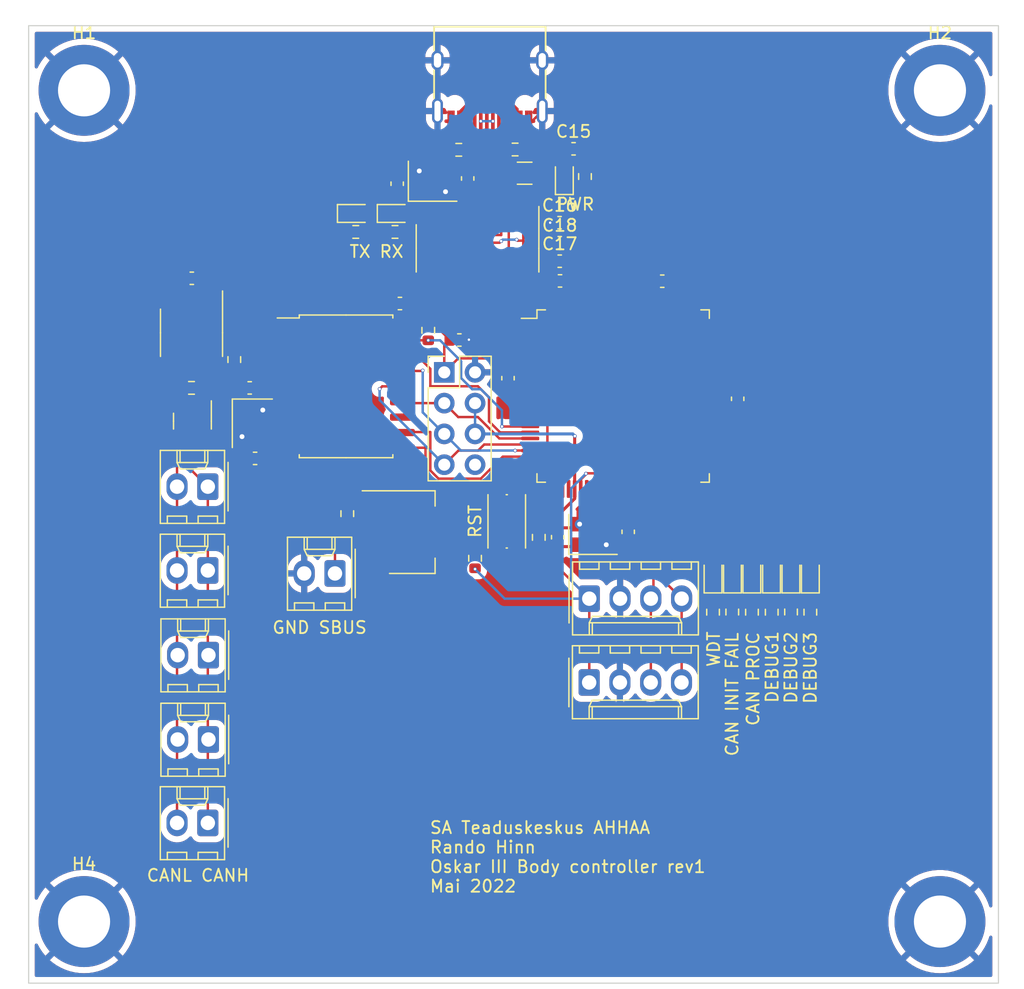
<source format=kicad_pcb>
(kicad_pcb (version 20211014) (generator pcbnew)
  (layers (0 "F.Cu" signal) (31 "B.Cu" signal) (34 "B.Paste" user) (35 "F.Paste" user) (36 "B.SilkS" user "B.Silkscreen") (37 "F.SilkS" user "F.Silkscreen") (38 "B.Mask" user) (39 "F.Mask" user) (44 "Edge.Cuts" user))
  (net 0 "")
  (net 1 "+5V")
  (net 2 "GND")
  (net 3 "/XTAL1")
  (net 4 "/XTAL2")
  (net 5 "/OSC2")
  (net 6 "/OSC1")
  (net 7 "Net-(D1-Pad1)")
  (net 8 "Net-(J2-Pad2)")
  (net 9 "Net-(D2-Pad1)")
  (net 10 "/LED1")
  (net 11 "Net-(D3-Pad1)")
  (net 12 "/LED2")
  (net 13 "Net-(D4-Pad1)")
  (net 14 "/LED3")
  (net 15 "Net-(D5-Pad1)")
  (net 16 "/LED4")
  (net 17 "Net-(D6-Pad1)")
  (net 18 "/LED5")
  (net 19 "Net-(D7-Pad1)")
  (net 20 "/LED6")
  (net 21 "/SCK")
  (net 22 "/RESET")
  (net 23 "/MISO")
  (net 24 "/MOSI")
  (net 28 "Net-(J3-PadA4)")
  (net 29 "/SCL")
  (net 30 "/SDA")
  (net 31 "Net-(R2-Pad1)")
  (net 32 "/CANRESET")
  (net 45 "/CAN_SS")
  (net 46 "/RX0BF")
  (net 47 "/RX1BF")
  (net 93 "/TXCAN")
  (net 94 "/RXCAN")
  (net 96 "/TX0RTS")
  (net 97 "/TX1RTS")
  (net 98 "/TX2RTS")
  (net 101 "/XI")
  (net 102 "/XO")
  (net 103 "Net-(D8-Pad1)")
  (net 104 "Net-(D9-Pad1)")
  (net 105 "/D-")
  (net 106 "/D+")
  (net 107 "Net-(J3-PadB5)")
  (net 108 "Net-(J3-PadA5)")
  (net 109 "/CONV_TXD")
  (net 110 "/CONV_RXD")
  (net 111 "Net-(C16-Pad2)")
  (net 119 "Net-(D10-Pad1)")
  (net 132 "Net-(J8-Pad1)")
  (net 133 "Net-(Q1-Pad1)")
  (net 134 "/SBUS")
  (footprint "LED_SMD:LED_0603_1608Metric" (layer "F.Cu") (at 134.7724 77.5716 90)
    (fp_text reference "D3" hide)
    (fp_text value "LED")
  )
  (footprint "LED_SMD:LED_0603_1608Metric" (layer "F.Cu") (at 139.5984 77.5717 90)
    (fp_text reference "D6" hide)
    (fp_text value "LED")
  )
  (footprint "Resistor_SMD:R_0603_1608Metric" (layer "F.Cu") (at 90.1446 62.1416 180)
    (fp_text reference "R3" hide)
    (fp_text value "120")
  )
  (footprint "Connector_Molex:Molex_KK-254_AE-6410-02A_1x02_P2.54mm_Vertical" (layer "F.Cu") (at 91.5416 84.1888 180)
    (fp_text reference "J5" hide)
    (fp_text value "Conn_01x02_Male")
  )
  (footprint "Capacitor_SMD:C_0603_1608Metric" (layer "F.Cu") (at 95.3906 67.9582 180)
    (fp_text reference "C9" hide)
    (fp_text value "TBD")
  )
  (footprint "Resistor_SMD:R_0603_1608Metric" (layer "F.Cu") (at 113.538 76.2 90)
    (fp_text reference "R13" hide)
    (fp_text value "10k")
  )
  (footprint "Capacitor_SMD:C_0603_1608Metric" (layer "F.Cu") (at 120.5484 53.3146)
    (fp_text reference "C6" hide)
    (fp_text value "10u")
  )
  (footprint "Capacitor_SMD:C_0603_1608Metric" (layer "F.Cu") (at 121.666 42.418)
    (fp_text reference "C15")
    (fp_text value "10uF")
  )
  (footprint "Resistor_SMD:R_0603_1608Metric" (layer "F.Cu") (at 133.1722 80.6451 90)
    (fp_text reference "R7" hide)
    (fp_text value "tbd")
  )
  (footprint "MountingHole:MountingHole_4.3mm_M4_DIN965_Pad_TopBottom" (layer "F.Cu") (at 151.892 37.592)
    (fp_text reference "H2")
    (fp_text value "MountingHole_Pad")
  )
  (footprint "Capacitor_SMD:C_0603_1608Metric" (layer "F.Cu") (at 107.1136 45.296203 90)
    (fp_text reference "C14" hide)
    (fp_text value "18pF")
  )
  (footprint "Capacitor_SMD:C_0603_1608Metric" (layer "F.Cu") (at 120.523 50.165)
    (fp_text reference "C18")
    (fp_text value "10uF")
  )
  (footprint "Connector_Molex:Molex_KK-254_AE-6410-02A_1x02_P2.54mm_Vertical" (layer "F.Cu") (at 101.981 77.45 180)
    (fp_text reference "J8" hide)
    (fp_text value "Conn_01x02_Male")
  )
  (footprint "Connector_Molex:Molex_KK-254_AE-6410-02A_1x02_P2.54mm_Vertical" (layer "F.Cu") (at 91.4908 77.2038 180)
    (fp_text reference "J6" hide)
    (fp_text value "Conn_01x02_Male")
  )
  (footprint "Fuse:Fuse_1206_3216Metric" (layer "F.Cu") (at 117.6292 44.431034)
    (fp_text reference "F1" hide)
    (fp_text value "500mA")
  )
  (footprint "Capacitor_SMD:C_0603_1608Metric" (layer "F.Cu") (at 135.2042 63.0428 90)
    (fp_text reference "C2" hide)
    (fp_text value "10u")
  )
  (footprint "Resistor_SMD:R_0603_1608Metric" (layer "F.Cu") (at 138.0138 80.6469 90)
    (fp_text reference "R10" hide)
    (fp_text value "tbd")
  )
  (footprint "Resistor_SMD:R_0603_1608Metric" (layer "F.Cu") (at 112.1936 42.500634)
    (fp_text reference "R15" hide)
    (fp_text value "5.1k")
  )
  (footprint "Connector_Molex:Molex_KK-254_AE-6410-04A_1x04_P2.54mm_Vertical" (layer "F.Cu") (at 122.9498 86.4445)
    (fp_text reference "J10" hide)
    (fp_text value "Conn_01x04_Male")
  )
  (footprint "Resistor_SMD:R_0603_1608Metric" (layer "F.Cu") (at 116.8418 42.475234 180)
    (fp_text reference "R16" hide)
    (fp_text value "5.1k")
  )
  (footprint "Capacitor_SMD:C_0603_1608Metric" (layer "F.Cu") (at 116.2558 61.341 -90)
    (fp_text reference "C1" hide)
    (fp_text value "10u")
  )
  (footprint "Resistor_SMD:R_0603_1608Metric" (layer "F.Cu") (at 118.7958 74.4728 90)
    (fp_text reference "R1" hide)
    (fp_text value "10k")
  )
  (footprint "Package_QFP:TQFP-100_14x14mm_P0.5mm" (layer "F.Cu") (at 125.7554 62.8142)
    (fp_text reference "U1" hide)
    (fp_text value "ATmega2560-16A")
  )
  (footprint "Connector_PinHeader_2.54mm:PinHeader_2x04_P2.54mm_Vertical" (layer "F.Cu") (at 110.998 60.8584)
    (fp_text reference "J1" hide)
    (fp_text value "PROG")
  )
  (footprint "Package_SO:SOIC-16_3.9x9.9mm_P1.27mm" (layer "F.Cu") (at 113.743 50.630203 -90)
    (fp_text reference "U5" hide)
    (fp_text value "CH340G")
  )
  (footprint "Connector_Molex:Molex_KK-254_AE-6410-04A_1x04_P2.54mm_Vertical" (layer "F.Cu") (at 122.9614 79.5307)
    (fp_text reference "J7" hide)
    (fp_text value "Conn_01x04_Male")
  )
  (footprint "Package_TO_SOT_SMD:SOT-23" (layer "F.Cu") (at 90.2208 64.8848 -90)
    (fp_text reference "D1" hide)
    (fp_text value "PESD2CAN")
  )
  (footprint "LED_SMD:LED_0603_1608Metric" (layer "F.Cu") (at 137.9982 77.5717 90)
    (fp_text reference "D5" hide)
    (fp_text value "LED")
  )
  (footprint "Capacitor_SMD:C_0603_1608Metric" (layer "F.Cu") (at 107.3404 55.182 180)
    (fp_text reference "C10" hide)
    (fp_text value "10u")
  )
  (footprint "Capacitor_SMD:C_0603_1608Metric" (layer "F.Cu") (at 112.2426 58.1914 180)
    (fp_text reference "C5" hide)
    (fp_text value "10u")
  )
  (footprint "LED_SMD:LED_0603_1608Metric" (layer "F.Cu") (at 133.1722 77.5717 90)
    (fp_text reference "D2" hide)
    (fp_text value "LED")
  )
  (footprint "LED_SMD:LED_0603_1608Metric" (layer "F.Cu") (at 136.3726 77.5717 90)
    (fp_text reference "D4" hide)
    (fp_text value "LED")
  )
  (footprint "Resistor_SMD:R_0603_1608Metric" (layer "F.Cu") (at 122.6058 44.704 -90)
    (fp_text reference "R5" hide)
    (fp_text value "tbd")
  )
  (footprint "Package_SO:SOIC-8_3.9x4.9mm_P1.27mm" (layer "F.Cu") (at 90.1446 57.595 -90)
    (fp_text reference "U3" hide)
    (fp_text value "MCP2551-I-SN")
  )
  (footprint "Capacitor_SMD:C_0603_1608Metric" (layer "F.Cu") (at 112.9302 44.864403 90)
    (fp_text reference "C13" hide)
    (fp_text value "18pF")
  )
  (footprint "LED_SMD:LED_0603_1608Metric" (layer "F.Cu") (at 120.904 44.704 90)
    (fp_text reference "D10" hide)
    (fp_text value "LED")
  )
  (footprint "Resistor_SMD:R_0603_1608Metric" (layer "F.Cu") (at 103.695 49.276 180)
    (fp_text reference "R17" hide)
    (fp_text value "2.2k")
  )
  (footprint "Connector_Molex:Molex_KK-254_AE-6410-02A_1x02_P2.54mm_Vertical" (layer "F.Cu") (at 91.4908 70.2896 180)
    (fp_text reference "J57" hide)
    (fp_text value "Conn_01x02_Male")
  )
  (footprint "Capacitor_SMD:C_0603_1608Metric" (layer "F.Cu") (at 94.9464 62.1416 180)
    (fp_text reference "C8" hide)
    (fp_text value "TBD")
  )
  (footprint "LED_SMD:LED_0603_1608Metric" (layer "F.Cu") (at 103.6695 47.752)
    (fp_text reference "D8" hide)
    (fp_text value "LED")
  )
  (footprint "Resistor_SMD:R_0603_1608Metric" (layer "F.Cu") (at 134.757 80.6342 90)
    (fp_text reference "R8" hide)
    (fp_text value "tbd")
  )
  (footprint "LED_SMD:LED_0603_1608Metric" (layer "F.Cu") (at 141.1986 77.5717 90)
    (fp_text reference "D7" hide)
    (fp_text value "LED")
  )
  (footprint "Capacitor_SMD:C_0603_1608Metric" (layer "F.Cu") (at 128.9812 53.34 180)
    (fp_text reference "C7" hide)
    (fp_text value "10u")
  )
  (footprint "Crystal:Crystal_SMD_Abracon_ABM8G-4Pin_3.2x2.5mm" (layer "F.Cu") (at 123.2631 74.2318)
    (fp_text reference "Y3" hide)
    (fp_text value "Crystal_GND24")
  )
  (footprint "Connector_Molex:Molex_KK-254_AE-6410-02A_1x02_P2.54mm_Vertical" (layer "F.Cu") (at 91.5416 91.1484 180)
    (fp_text reference "J4" hide)
    (fp_text value "Conn_01x02_Male")
  )
  (footprint "Resistor_SMD:R_0603_1608Metric" (layer "F.Cu") (at 109.6772 57.3918 -90)
    (fp_text reference "R4" hide)
    (fp_text value "10k")
  )
  (footprint "Resistor_SMD:R_0603_1608Metric" (layer "F.Cu") (at 106.934 49.276 180)
    (fp_text reference "R18" hide)
    (fp_text value "2.2k")
  )
  (footprint "MountingHole:MountingHole_4.3mm_M4_DIN965_Pad_TopBottom" (layer "F.Cu") (at 81.28 37.592)
    (fp_text reference "H1")
    (fp_text value "MountingHole_Pad")
  )
  (footprint "Resistor_SMD:R_0603_1608Metric" (layer "F.Cu") (at 102.997 72.517 90)
    (fp_text reference "R6" hide)
    (fp_text value "1.5k")
  )
  (footprint "Capacitor_SMD:C_0603_1608Metric" (layer "F.Cu") (at 120.523 51.689)
    (fp_text reference "C17")
    (fp_text value "100nF")
  )
  (footprint "Capacitor_SMD:C_0603_1608Metric" (layer "F.Cu") (at 126.1715 74.0172 90)
    (fp_text reference "C3" hide)
    (fp_text value "TBD")
  )
  (footprint "MountingHole:MountingHole_4.3mm_M4_DIN965_Pad_TopBottom" (layer "F.Cu") (at 81.28 106.172)
    (fp_text reference "H4")
    (fp_text value "MountingHole_Pad")
  )
  (footprint "Resistor_SMD:R_0603_1608Metric" (layer "F.Cu") (at 93.6752 59.8048 90)
    (fp_text reference "R2" hide)
    (fp_text value "10k")
  )
  (footprint "Capacitor_SMD:C_0603_1608Metric" (layer "F.Cu") (at 120.51 48.514)
    (fp_text reference "C16")
    (fp_text value "100nF")
  )
  (footprint "Package_SO:SOIC-18W_7.5x11.6mm_P1.27mm" (layer "F.Cu") (at 102.8954 62.0146)
    (fp_text reference "U2" hide)
    (fp_text value "MCP2515-xSO")
  )
  (footprint "Resistor_SMD:R_0603_1608Metric" (layer "F.Cu") (at 136.3832 80.6463 90)
    (fp_text reference "R9" hide)
    (fp_text value "tbd")
  )
  (footprint "Resistor_SMD:R_0603_1608Metric" (layer "F.Cu") (at 141.1986 80.645 90)
    (fp_text reference "R12" hide)
    (fp_text value "tbd")
  )
  (footprint "Crystal:Crystal_SMD_Abracon_ABM8G-4Pin_3.2x2.5mm" (layer "F.Cu") (at 95.162 65.0626 -90)
    (fp_text reference "Y1" hide)
    (fp_text value "Crystal_GND24")
  )
  (footprint "Capacitor_SMD:C_0603_1608Metric" (layer "F.Cu") (at 120.3549 74.4604 90)
    (fp_text reference "C4" hide)
    (fp_text value "TBD")
  )
  (footprint "Capacitor_SMD:C_0603_1608Metric" (layer "F.Cu") (at 90.17 53.0992)
    (fp_text reference "C11" hide)
    (fp_text value "10u")
  )
  (footprint "Connector_Molex:Molex_KK-254_AE-6410-02A_1x02_P2.54mm_Vertical" (layer "F.Cu") (at 91.4908 98.0318 180)
    (fp_text reference "J2" hide)
    (fp_text value "Conn_01x02_Male")
  )
  (footprint "Resistor_SMD:R_0603_1608Metric" (layer "F.Cu") (at 139.6068 80.6283 90)
    (fp_text reference "R11" hide)
    (fp_text value "tbd")
  )
  (footprint "Package_TO_SOT_SMD:SOT-223-3_TabPin2" (layer "F.Cu") (at 108.331 74.041)
    (fp_text reference "Q1" hide)
    (fp_text value "BCP56")
  )
  (footprint "Oskar:USB_C_Receptacle_GT-USB-7010" (layer "F.Cu") (at 114.759 36.988834 180)
    (fp_text reference "J3" hide)
    (fp_text value "USB_C_Receptacle_USB2.0")
  )
  (footprint "Button_Switch_SMD:SW_Push_1P1T_NO_CK_KMR2" (layer "F.Cu") (at 116.1542 73.152 90)
    (fp_text reference "SW1" hide)
    (fp_text value "SW_Push")
  )
  (footprint "MountingHole:MountingHole_4.3mm_M4_DIN965_Pad_TopBottom" (layer "F.Cu") (at 151.892 106.172)
    (fp_text reference "H3" hide)
    (fp_text value "MountingHole_Pad")
  )
  (footprint "Crystal:Crystal_SMD_Abracon_ABM8G-4Pin_3.2x2.5mm" (layer "F.Cu") (at 110.0346 45.093003)
    (fp_text reference "Y2" hide)
    (fp_text value "12MHz")
  )
  (footprint "LED_SMD:LED_0603_1608Metric" (layer "F.Cu") (at 106.9595 47.752)
    (fp_text reference "D9" hide)
    (fp_text value "LED")
  )
  (gr_rect (start 76.708 32.258) (end 156.718 111.252) (layer "Edge.Cuts") (width 0.1) (fill none))
  (gr_text "CAN PROC" (at 136.4742 86.1568 90) (layer "F.SilkS") (effects (font (size 1 1))))
  (gr_text "GND SBUS" (at 100.711 81.915) (layer "F.SilkS") (effects (font (size 1 1))))
  (gr_text "TX RX" (at 105.41 50.8955) (layer "F.SilkS") (effects (font (size 1 1))))
  (gr_text "DEBUG1" (at 138.049 85.1662 90) (layer "F.SilkS") (effects (font (size 1 1))))
  (gr_text "WDT" (at 133.223 83.693 90) (layer "F.SilkS") (effects (font (size 1 1))))
  (gr_text "DEBUG3\n" (at 141.1986 85.2424 90) (layer "F.SilkS") (effects (font (size 1 1))))
  (gr_text "SA Teaduskeskus AHHAA\nRando Hinn\nOskar III Body controller rev1\nMai 2022" (at 109.728 100.838) (layer "F.SilkS") (effects (font (size 1 1)) (justify left)))
  (gr_text "CAN INIT FAIL" (at 134.747 87.4268 90) (layer "F.SilkS") (effects (font (size 1 1))))
  (gr_text "DEBUG2\n" (at 139.5984 85.217 90) (layer "F.SilkS") (effects (font (size 1 1))))
  (gr_text "CANL CANH" (at 90.678 102.362) (layer "F.SilkS") (effects (font (size 1 1))))
  (gr_text "RST" (at 113.538 73.152 90) (layer "F.SilkS") (effects (font (size 1 1))))
  (gr_text "PWR" (at 121.793 46.99) (layer "F.SilkS") (effects (font (size 1 1))))
  (segment (start 109.4994 55.182) (end 109.6772 55.3598) (width 0.2) (layer "F.Cu") (net 1))
  (segment (start 119.3038 56.3118) (end 120.269 56.3118) (width 0.2) (layer "F.Cu") (net 1))
  (segment (start 109.6772 55.3598) (end 109.6772 56.5668) (width 0.2) (layer "F.Cu") (net 1))
  (segment (start 105.23152 46.97748) (end 106.97248 46.97748) (width 0.2) (layer "F.Cu") (net 1))
  (segment (start 115.398689 59.708889) (end 112.147511 59.708889) (width 0.2) (layer "F.Cu") (net 1))
  (segment (start 120.904 43.9165) (end 120.904 42.431) (width 0.2) (layer "F.Cu") (net 1))
  (segment (start 122.047 47.842444) (end 119.888 45.683444) (width 0.2) (layer "F.Cu") (net 1))
  (segment (start 109.6772 56.5668) (end 109.843 56.5668) (width 0.2) (layer "F.Cu") (net 1))
  (segment (start 118.860051 61.3142) (end 119.2022 60.972051) (width 0.2) (layer "F.Cu") (net 1))
  (segment (start 122.9614 79.5307) (end 122.9614 86.4329) (width 0.2) (layer "F.Cu") (net 1))
  (segment (start 119.748 50.165) (end 119.748 53.2892) (width 0.2) (layer "F.Cu") (net 1))
  (segment (start 132.2578 64.389) (end 132.2578 69.1896) (width 0.2) (layer "F.Cu") (net 1))
  (segment (start 118.7958 75.2978) (end 118.7958 75.3651) (width 0.2) (layer "F.Cu") (net 1))
  (segment (start 109.843 56.5668) (end 111.4676 58.1914) (width 0.2) (layer "F.Cu") (net 1))
  (segment (start 129.7554 55.1517) (end 129.7554 53.3408) (width 0.2) (layer "F.Cu") (net 1))
  (segment (start 119.564003 53.105203) (end 119.7734 53.3146) (width 0.2) (layer "F.Cu") (net 1))
  (segment (start 119.2022 60.972051) (end 119.2022 56.4134) (width 0.2) (layer "F.Cu") (net 1))
  (segment (start 122.682 69.215) (end 122.749949 69.215) (width 0.2) (layer "F.Cu") (net 1))
  (segment (start 129.7554 55.918851) (end 130.148349 56.3118) (width 0.2) (layer "F.Cu") (net 1))
  (segment (start 122.749949 69.215) (end 122.775349 69.1896) (width 0.2) (layer "F.Cu") (net 1))
  (segment (start 118.188 53.105203) (end 119.564003 53.105203) (width 0.2) (layer "F.Cu") (net 1))
  (segment (start 106.97248 46.97748) (end 107.747 47.752) (width 0.2) (layer "F.Cu") (net 1))
  (segment (start 132.650749 63.8142) (end 132.2578 64.207149) (width 0.2) (layer "F.Cu") (net 1))
  (segment (start 122.775349 69.1896) (end 132.2578 69.1896) (width 0.2) (layer "F.Cu") (net 1))
  (segment (start 120.269 56.3118) (end 120.148349 56.3118) (width 0.2) (layer "F.Cu") (net 1))
  (segment (start 120.904 42.431) (end 120.891 42.418) (width 0.2) (layer "F.Cu") (net 1))
  (segment (start 121.90748 49.39048) (end 122.047 49.25096) (width 0.2) (layer "F.Cu") (net 1))
  (segment (start 120.389466 44.431034) (end 120.904 43.9165) (width 0.2) (layer "F.Cu") (net 1))
  (segment (start 116.2558 60.566) (end 116.577549 60.566) (width 0.2) (layer "F.Cu") (net 1))
  (segment (start 118.0929 61.3142) (end 118.860051 61.3142) (width 0.2) (layer "F.Cu") (net 1))
  (segment (start 89.395 53.0992) (end 89.395 55.0054) (width 0.2) (layer "F.Cu") (net 1))
  (segment (start 89.395 53.0992) (end 90.16952 52.32468) (width 0.2) (layer "F.Cu") (net 1))
  (segment (start 108.1154 55.182) (end 108.1154 56.3646) (width 0.2) (layer "F.Cu") (net 1))
  (segment (start 122.047 49.25096) (end 122.047 47.842444) (width 0.2) (layer "F.Cu") (net 1))
  (segment (start 119.888 45.683444) (end 119.888 44.9325) (width 0.2) (layer "F.Cu") (net 1))
  (segment (start 118.7958 75.3651) (end 122.9614 79.5307) (width 0.2) (layer "F.Cu") (net 1))
  (segment (start 119.80588 55.969331) (end 119.80588 54.9402) (width 0.2) (layer "F.Cu") (net 1))
  (segment (start 132.2578 56.4642) (end 132.1054 56.3118) (width 0.2) (layer "F.Cu") (net 1))
  (segment (start 110.998 60.8584) (end 110.998 58.661) (width 0.2) (layer "F.Cu") (net 1))
  (segment (start 120.904 43.9165) (end 119.888 44.9325) (width 0.2) (layer "F.Cu") (net 1))
  (segment (start 105.25808 52.32468) (end 108.1154 55.182) (width 0.2) (layer "F.Cu") (net 1))
  (segment (start 101.34532 48.080736) (end 102.448576 46.97748) (width 0.2) (layer "F.Cu") (net 1))
  (segment (start 102.448576 46.97748) (end 103.68248 46.97748) (width 0.2) (layer "F.Cu") (net 1))
  (segment (start 129.7554 53.3408) (end 129.7562 53.34) (width 0.2) (layer "F.Cu") (net 1))
  (segment (start 133.4179 63.8142) (end 135.2006 63.8142) (width 0.2) (layer "F.Cu") (net 1))
  (segment (start 119.748 50.165) (end 120.52252 49.39048) (width 0.2) (layer "F.Cu") (net 1))
  (segment (start 119.0292 44.431034) (end 120.389466 44.431034) (width 0.2) (layer "F.Cu") (net 1))
  (segment (start 119.7554 55.1517) (end 119.7554 53.3326) (width 0.2) (layer "F.Cu") (net 1))
  (segment (start 120.52252 49.39048) (end 121.90748 49.39048) (width 0.2) (layer "F.Cu") (net 1))
  (segment (start 116.577549 60.566) (end 117.325749 61.3142) (width 0.2) (layer "F.Cu") (net 1))
  (segment (start 120.148349 56.3118) (end 119.80588 55.969331) (width 0.2) (layer "F.Cu") (net 1))
  (segment (start 135.2006 63.8142) (end 135.2042 63.8178) (width 0.2) (layer "F.Cu") (net 1))
  (segment (start 132.2578 64.207149) (end 132.2578 64.389) (width 0.2) (layer "F.Cu") (net 1))
  (segment (start 117.325749 61.3142) (end 118.0929 61.3142) (width 0.2) (layer "F.Cu") (net 1))
  (segment (start 119.80588 54.9402) (end 119.7554 54.99068) (width 0.2) (layer "F.Cu") (net 1))
  (segment (start 89.395 55.0054) (end 89.5096 55.12) (width 0.2) (layer "F.Cu") (net 1))
  (segment (start 122.2554 69.709549) (end 122.775349 69.1896) (width 0.2) (layer "F.Cu") (net 1))
  (segment (start 108.1154 56.3646) (end 107.5454 56.9346) (width 0.2) (layer "F.Cu") (net 1))
  (segment (start 116.2558 60.566) (end 115.398689 59.708889) (width 0.2) (layer "F.Cu") (net 1))
  (segment (start 112.147511 59.708889) (end 110.998 60.8584) (width 0.2) (layer "F.Cu") (net 1))
  (segment (start 119.748 53.2892) (end 119.7734 53.3146) (width 0.2) (layer "F.Cu") (net 1))
  (segment (start 132.2578 64.389) (end 132.2578 56.4642) (width 0.2) (layer "F.Cu") (net 1))
  (segment (start 101.34532 52.32468) (end 105.25808 52.32468) (width 0.2) (layer "F.Cu") (net 1))
  (segment (start 122.9614 86.4329) (end 122.9498 86.4445) (width 0.2) (layer "F.Cu") (net 1))
  (segment (start 129.7554 55.1517) (end 129.7554 55.918851) (width 0.2) (layer "F.Cu") (net 1))
  (segment (start 119.2022 56.4134) (end 119.3038 56.3118) (width 0.2) (layer "F.Cu") (net 1))
  (segment (start 130.148349 56.3118) (end 120.269 56.3118) (width 0.2) (layer "F.Cu") (net 1))
  (segment (start 122.2554 70.4767) (end 122.2554 69.709549) (width 0.2) (layer "F.Cu") (net 1))
  (segment (start 133.4179 63.8142) (end 132.650749 63.8142) (width 0.2) (layer "F.Cu") (net 1))
  (segment (start 119.7554 53.3326) (end 119.7734 53.3146) (width 0.2) (layer "F.Cu") (net 1))
  (segment (start 119.7554 54.99068) (end 119.7554 55.1517) (width 0.2) (layer "F.Cu") (net 1))
  (segment (start 104.457 47.752) (end 105.23152 46.97748) (width 0.2) (layer "F.Cu") (net 1))
  (segment (start 103.68248 46.97748) (end 104.457 47.752) (width 0.2) (layer "F.Cu") (net 1))
  (segment (start 101.34532 52.32468) (end 101.34532 48.080736) (width 0.2) (layer "F.Cu") (net 1))
  (segment (start 90.16952 52.32468) (end 101.34532 52.32468) (width 0.2) (layer "F.Cu") (net 1))
  (segment (start 130.148349 56.3118) (end 132.1054 56.3118) (width 0.2) (layer "F.Cu") (net 1))
  (segment (start 108.1154 55.182) (end 109.4994 55.182) (width 0.2) (layer "F.Cu") (net 1))
  (segment (start 110.998 58.661) (end 111.4676 58.1914) (width 0.2) (layer "F.Cu") (net 1))
  (via blind (at 122.682 69.215) (size 0.3) (drill 0.2) (layers "F.Cu" "B.Cu") (net 1))
  (via (at 113.538 77.089) (size 0.3) (drill 0.2) (layers "F.Cu" "B.Cu") (net 1))
  (segment (start 121.463589 70.433411) (end 122.682 69.215) (width 0.2) (layer "B.Cu") (net 1))
  (segment (start 115.9797 79.5307) (end 113.538 77.089) (width 0.2) (layer "B.Cu") (net 1))
  (segment (start 121.463589 78.032889) (end 121.463589 70.433411) (width 0.2) (layer "B.Cu") (net 1))
  (segment (start 122.9614 79.5307) (end 121.463589 78.032889) (width 0.2) (layer "B.Cu") (net 1))
  (segment (start 122.9614 79.5307) (end 115.9797 79.5307) (width 0.2) (layer "B.Cu") (net 1))
  (segment (start 114.9982 60.8584) (end 116.2558 62.116) (width 0.2) (layer "F.Cu") (net 2))
  (segment (start 108.9346 44.243003) (end 107.3918 44.243003) (width 0.25) (layer "F.Cu") (net 2))
  (segment (start 90.7796 55.12) (end 90.7796 53.2646) (width 0.2) (layer "F.Cu") (net 2))
  (segment (start 113.0176 58.1914) (end 113.0176 58.1784) (width 0.2) (layer "F.Cu") (net 2))
  (segment (start 113.538 60.8584) (end 114.9982 60.8584) (width 0.2) (layer "F.Cu") (net 2))
  (segment (start 135.2042 62.601017) (end 135.2042 62.2678) (width 0.2) (layer "F.Cu") (net 2))
  (segment (start 112.9302 45.639403) (end 111.4382 45.639403) (width 0.25) (layer "F.Cu") (net 2))
  (segment (start 116.5576 61.8142) (end 116.2558 62.116) (width 0.2) (layer "F.Cu") (net 2))
  (segment (start 111.115 45.943003) (end 111.1014 45.956603) (width 0.25) (layer "F.Cu") (net 2))
  (segment (start 122.7554 72.7895) (end 122.7554 70.4767) (width 0.25) (layer "F.Cu") (net 2))
  (segment (start 119.376203 48.155203) (end 119.735 48.514) (width 0.2) (layer "F.Cu") (net 2))
  (segment (start 118.109 40.138834) (end 118.109 42.033034) (width 0.2) (layer "F.Cu") (net 2))
  (segment (start 128.210851 53.34) (end 129.2554 54.384549) (width 0.2) (layer "F.Cu") (net 2))
  (segment (start 90.7796 53.2646) (end 90.945 53.0992) (width 0.2) (layer "F.Cu") (net 2))
  (segment (start 134.491017 63.3142) (end 135.2042 62.601017) (width 0.2) (layer "F.Cu") (net 2))
  (segment (start 118.109 40.138834) (end 118.239 40.138834) (width 0.2) (layer "F.Cu") (net 2))
  (segment (start 118.188 48.155203) (end 119.376203 48.155203) (width 0.2) (layer "F.Cu") (net 2))
  (segment (start 118.109 42.033034) (end 117.6668 42.475234) (width 0.2) (layer "F.Cu") (net 2))
  (segment (start 111.4382 45.639403) (end 111.1346 45.943003) (width 0.25) (layer "F.Cu") (net 2))
  (segment (start 96.0178 63.9626) (end 96.0256 63.9704) (width 0.2) (layer "F.Cu") (net 2))
  (segment (start 107.3918 44.243003) (end 107.1136 44.521203) (width 0.25) (layer "F.Cu") (net 2))
  (segment (start 113.0176 58.1784) (end 113.03 58.166) (width 0.2) (layer "F.Cu") (net 2))
  (segment (start 111.1346 45.943003) (end 111.115 45.943003) (width 0.25) (layer "F.Cu") (net 2))
  (segment (start 120.3549 73.6854) (end 121.8595 73.6854) (width 0.25) (layer "F.Cu") (net 2))
  (segment (start 95.7214 63.6662) (end 96.0256 63.9704) (width 0.2) (layer "F.Cu") (net 2))
  (segment (start 120.2554 55.1517) (end 120.2554 54.3826) (width 0.2) (layer "F.Cu") (net 2))
  (segment (start 133.4179 63.3142) (end 134.491017 63.3142) (width 0.2) (layer "F.Cu") (net 2))
  (segment (start 128.2062 53.34) (end 128.210851 53.34) (width 0.2) (layer "F.Cu") (net 2))
  (segment (start 95.7214 62.1416) (end 95.7214 63.6662) (width 0.2) (layer "F.Cu") (net 2))
  (segment (start 129.2554 54.384549) (end 129.2554 55.1517) (width 0.2) (layer "F.Cu") (net 2))
  (segment (start 121.8595 73.6854) (end 122.1631 73.3818) (width 0.25) (layer "F.Cu") (net 2))
  (segment (start 120.2554 54.3826) (end 121.3234 53.3146) (width 0.2) (layer "F.Cu") (net 2))
  (segment (start 118.0929 61.8142) (end 116.5576 61.8142) (width 0.2) (layer "F.Cu") (net 2))
  (segment (start 118.239 40.138834) (end 119.079 39.298834) (width 0.2) (layer "F.Cu") (net 2))
  (segment (start 96.012 63.9626) (end 96.0178 63.9626) (width 0.2) (layer "F.Cu") (net 2))
  (segment (start 122.1631 73.3818) (end 122.7554 72.7895) (width 0.25) (layer "F.Cu") (net 2))
  (via (at 119.735 48.514) (size 0.3) (drill 0.2) (layers "F.Cu" "B.Cu") (net 2))
  (via (at 122.1631 73.3818) (size 0.8) (drill 0.4) (layers "F.Cu" "B.Cu") (net 2))
  (via (at 108.9346 44.243003) (size 0.8) (drill 0.4) (layers "F.Cu" "B.Cu") (net 2))
  (via (at 111.1014 45.956603) (size 0.8) (drill 0.4) (layers "F.Cu" "B.Cu") (net 2))
  (via (at 94.312 66.1626) (size 0.8) (drill 0.4) (layers "F.Cu" "B.Cu") (net 2))
  (via (at 124.3631 75.0818) (size 0.8) (drill 0.4) (layers "F.Cu" "B.Cu") (net 2))
  (via (at 113.03 58.166) (size 0.3) (drill 0.2) (layers "F.Cu" "B.Cu") (net 2))
  (via (at 96.0256 63.9704) (size 0.8) (drill 0.4) (layers "F.Cu" "B.Cu") (net 2))
  (segment (start 94.312 65.684) (end 94.312 66.1626) (width 0.2) (layer "B.Cu") (net 2))
  (segment (start 111.1014 45.956603) (end 109.3878 44.243003) (width 0.25) (layer "B.Cu") (net 2))
  (segment (start 122.6631 73.3818) (end 124.3631 75.0818) (width 0.25) (layer "B.Cu") (net 2))
  (segment (start 122.1631 73.3818) (end 122.6631 73.3818) (width 0.25) (layer "B.Cu") (net 2))
  (segment (start 96.0256 63.9704) (end 94.312 65.684) (width 0.2) (layer "B.Cu") (net 2))
  (segment (start 109.3878 44.243003) (end 108.9346 44.243003) (width 0.25) (layer "B.Cu") (net 2))
  (segment (start 113.03 58.166) (end 113.538 58.674) (width 0.2) (layer "B.Cu") (net 2))
  (segment (start 113.538 58.674) (end 113.538 60.8584) (width 0.2) (layer "B.Cu") (net 2))
  (segment (start 123.7523 72.771) (end 124.3631 73.3818) (width 0.25) (layer "F.Cu") (net 3))
  (segment (start 123.7554 70.8676) (end 123.7523 70.8707) (width 0.25) (layer "F.Cu") (net 3))
  (segment (start 123.7523 70.8707) (end 123.7523 72.771) (width 0.25) (layer "F.Cu") (net 3))
  (segment (start 126.1715 73.2422) (end 124.5027 73.2422) (width 0.25) (layer "F.Cu") (net 3))
  (segment (start 124.5027 73.2422) (end 124.3631 73.3818) (width 0.25) (layer "F.Cu") (net 3))
  (segment (start 123.7554 70.4767) (end 123.7554 70.8676) (width 0.25) (layer "F.Cu") (net 3))
  (segment (start 123.2523 70.8707) (end 123.2523 71.0299) (width 0.25) (layer "F.Cu") (net 4))
  (segment (start 120.3549 75.2354) (end 122.0095 75.2354) (width 0.25) (layer "F.Cu") (net 4))
  (segment (start 122.0095 75.2354) (end 122.1631 75.0818) (width 0.25) (layer "F.Cu") (net 4))
  (segment (start 122.2631 75.0818) (end 122.1631 75.0818) (width 0.25) (layer "F.Cu") (net 4))
  (segment (start 123.2523 71.0299) (end 123.2523 74.0926) (width 0.25) (layer "F.Cu") (net 4))
  (segment (start 123.2554 71.0268) (end 123.2523 71.0299) (width 0.25) (layer "F.Cu") (net 4))
  (segment (start 123.2523 74.0926) (end 122.2631 75.0818) (width 0.25) (layer "F.Cu") (net 4))
  (segment (start 123.2554 70.4767) (end 123.2554 71.0268) (width 0.25) (layer "F.Cu") (net 4))
  (segment (start 98.2454 64.5546) (end 97.837889 64.962111) (width 0.2) (layer "F.Cu") (net 5))
  (segment (start 94.312 64.4802) (end 94.312 63.9626) (width 0.2) (layer "F.Cu") (net 5))
  (segment (start 94.793911 64.962111) (end 94.312 64.4802) (width 0.2) (layer "F.Cu") (net 5))
  (segment (start 94.1714 63.822) (end 94.312 63.9626) (width 0.2) (layer "F.Cu") (net 5))
  (segment (start 94.1714 62.1416) (end 94.1714 63.822) (width 0.2) (layer "F.Cu") (net 5))
  (segment (start 97.837889 64.962111) (end 94.793911 64.962111) (width 0.2) (layer "F.Cu") (net 5))
  (segment (start 96.012 67.8046) (end 96.1656 67.9582) (width 0.2) (layer "F.Cu") (net 6))
  (segment (start 96.012 66.1626) (end 96.012 67.8046) (width 0.2) (layer "F.Cu") (net 6))
  (segment (start 98.2454 65.8246) (end 97.9074 66.1626) (width 0.2) (layer "F.Cu") (net 6))
  (segment (start 97.9074 66.1626) (end 96.012 66.1626) (width 0.2) (layer "F.Cu") (net 6))
  (segment (start 89.35032 65.240997) (end 89.35032 68.14912) (width 0.2) (layer "F.Cu") (net 7))
  (segment (start 91.1708 63.9473) (end 90.644017 63.9473) (width 0.2) (layer "F.Cu") (net 7))
  (segment (start 89.35032 68.14912) (end 91.4908 70.2896) (width 0.2) (layer "F.Cu") (net 7))
  (segment (start 90.644017 63.9473) (end 89.35032 65.240997) (width 0.2) (layer "F.Cu") (net 7))
  (segment (start 90.9696 63.7461) (end 91.1708 63.9473) (width 0.2) (layer "F.Cu") (net 7))
  (segment (start 90.7796 60.07) (end 90.7796 61.9516) (width 0.2) (layer "F.Cu") (net 7))
  (segment (start 90.7796 61.9516) (end 90.9696 62.1416) (width 0.2) (layer "F.Cu") (net 7))
  (segment (start 91.4908 98.0318) (end 91.4908 70.2896) (width 0.2) (layer "F.Cu") (net 7))
  (segment (start 90.9696 62.1416) (end 90.9696 63.7461) (width 0.2) (layer "F.Cu") (net 7))
  (segment (start 88.9508 70.2896) (end 88.9508 98.0318) (width 0.2) (layer "F.Cu") (net 8))
  (segment (start 89.3196 62.1416) (end 89.3196 63.8985) (width 0.2) (layer "F.Cu") (net 8))
  (segment (start 88.9508 64.2673) (end 88.9508 70.2896) (width 0.2) (layer "F.Cu") (net 8))
  (segment (start 89.5096 61.9516) (end 89.3196 62.1416) (width 0.2) (layer "F.Cu") (net 8))
  (segment (start 89.5096 60.07) (end 89.5096 61.9516) (width 0.2) (layer "F.Cu") (net 8))
  (segment (start 89.3196 63.8985) (end 89.2708 63.9473) (width 0.2) (layer "F.Cu") (net 8))
  (segment (start 89.2708 63.9473) (end 88.9508 64.2673) (width 0.2) (layer "F.Cu") (net 8))
  (segment (start 133.1722 79.8201) (end 133.1722 78.3592) (width 0.2) (layer "F.Cu") (net 9))
  (segment (start 129.2554 70.4767) (end 129.2554 72.8674) (width 0.2) (layer "F.Cu") (net 10))
  (segment (start 129.2554 72.8674) (end 133.1722 76.7842) (width 0.2) (layer "F.Cu") (net 10))
  (segment (start 134.757 79.8092) (end 134.757 78.3745) (width 0.2) (layer "F.Cu") (net 11))
  (segment (start 134.757 78.3745) (end 134.7724 78.3591) (width 0.2) (layer "F.Cu") (net 11))
  (segment (start 129.7554 70.4767) (end 129.7554 72.802394) (width 0.2) (layer "F.Cu") (net 12))
  (segment (start 129.7554 72.802394) (end 133.000186 76.04718) (width 0.2) (layer "F.Cu") (net 12))
  (segment (start 133.000186 76.04718) (end 134.03548 76.04718) (width 0.2) (layer "F.Cu") (net 12))
  (segment (start 134.03548 76.04718) (end 134.7724 76.7841) (width 0.2) (layer "F.Cu") (net 12))
  (segment (start 136.3832 79.8213) (end 136.3832 78.3698) (width 0.2) (layer "F.Cu") (net 13))
  (segment (start 136.3832 78.3698) (end 136.3726 78.3592) (width 0.2) (layer "F.Cu") (net 13))
  (segment (start 133.165672 75.64766) (end 135.23606 75.64766) (width 0.2) (layer "F.Cu") (net 14))
  (segment (start 130.2554 72.737388) (end 133.165672 75.64766) (width 0.2) (layer "F.Cu") (net 14))
  (segment (start 130.2554 70.4767) (end 130.2554 72.737388) (width 0.2) (layer "F.Cu") (net 14))
  (segment (start 135.23606 75.64766) (end 136.3726 76.7842) (width 0.2) (layer "F.Cu") (net 14))
  (segment (start 137.9982 79.8063) (end 138.0138 79.8219) (width 0.2) (layer "F.Cu") (net 15))
  (segment (start 137.9982 78.3592) (end 137.9982 79.8063) (width 0.2) (layer "F.Cu") (net 15))
  (segment (start 130.7554 72.672382) (end 133.331158 75.24814) (width 0.2) (layer "F.Cu") (net 16))
  (segment (start 133.331158 75.24814) (end 136.46214 75.24814) (width 0.2) (layer "F.Cu") (net 16))
  (segment (start 136.46214 75.24814) (end 137.9982 76.7842) (width 0.2) (layer "F.Cu") (net 16))
  (segment (start 130.7554 70.4767) (end 130.7554 72.672382) (width 0.2) (layer "F.Cu") (net 16))
  (segment (start 139.5984 79.7949) (end 139.6068 79.8033) (width 0.2) (layer "F.Cu") (net 17))
  (segment (start 139.5984 78.3592) (end 139.5984 79.7949) (width 0.2) (layer "F.Cu") (net 17))
  (segment (start 133.496644 74.84862) (end 137.66282 74.84862) (width 0.2) (layer "F.Cu") (net 18))
  (segment (start 137.66282 74.84862) (end 139.5984 76.7842) (width 0.2) (layer "F.Cu") (net 18))
  (segment (start 131.2554 70.4767) (end 131.2554 72.607376) (width 0.2) (layer "F.Cu") (net 18))
  (segment (start 131.2554 72.607376) (end 133.496644 74.84862) (width 0.2) (layer "F.Cu") (net 18))
  (segment (start 141.1986 78.3592) (end 141.1986 79.82) (width 0.2) (layer "F.Cu") (net 19))
  (segment (start 131.7554 72.54237) (end 133.66213 74.4491) (width 0.2) (layer "F.Cu") (net 20))
  (segment (start 138.8635 74.4491) (end 141.1986 76.7842) (width 0.2) (layer "F.Cu") (net 20))
  (segment (start 133.66213 74.4491) (end 138.8635 74.4491) (width 0.2) (layer "F.Cu") (net 20))
  (segment (start 131.7554 70.4767) (end 131.7554 72.54237) (width 0.2) (layer "F.Cu") (net 20))
  (segment (start 118.0929 66.3142) (end 115.539455 66.3142) (width 0.2) (layer "F.Cu") (net 21))
  (segment (start 112.147511 64.547911) (end 110.998 63.3984) (width 0.2) (layer "F.Cu") (net 21))
  (segment (start 115.539455 66.3142) (end 113.773166 64.547911) (width 0.2) (layer "F.Cu") (net 21))
  (segment (start 107.6592 63.3984) (end 110.998 63.3984) (width 0.2) (layer "F.Cu") (net 21))
  (segment (start 113.773166 64.547911) (end 112.147511 64.547911) (width 0.2) (layer "F.Cu") (net 21))
  (segment (start 107.5454 63.2846) (end 107.6592 63.3984) (width 0.2) (layer "F.Cu") (net 21))
  (segment (start 117.2416 75.202) (end 118.7958 73.6478) (width 0.25) (layer "F.Cu") (net 22))
  (segment (start 116.9542 71.102) (end 116.9542 75.202) (width 0.25) (layer "F.Cu") (net 22))
  (segment (start 120.123726 72.91088) (end 121.7554 71.279206) (width 0.25) (layer "F.Cu") (net 22))
  (segment (start 116.9542 75.202) (end 117.2416 75.202) (width 0.25) (layer "F.Cu") (net 22))
  (segment (start 121.7554 70.4767) (end 121.7554 66.1284) (width 0.25) (layer "F.Cu") (net 22))
  (segment (start 121.7554 71.279206) (end 121.7554 70.4767) (width 0.25) (layer "F.Cu") (net 22))
  (segment (start 121.7554 66.1284) (end 121.7676 66.1162) (width 0.25) (layer "F.Cu") (net 22))
  (segment (start 118.7958 73.6478) (end 119.53272 72.91088) (width 0.25) (layer "F.Cu") (net 22))
  (segment (start 119.53272 72.91088) (end 120.123726 72.91088) (width 0.25) (layer "F.Cu") (net 22))
  (via blind (at 121.7676 66.1162) (size 0.3) (drill 0.2) (layers "F.Cu" "B.Cu") (net 22))
  (segment (start 121.7676 66.1162) (end 121.5898 65.9384) (width 0.25) (layer "B.Cu") (net 22))
  (segment (start 121.5898 65.9384) (end 113.538 65.9384) (width 0.25) (layer "B.Cu") (net 22))
  (segment (start 113.538 63.3984) (end 113.538 65.9384) (width 0.2) (layer "B.Cu") (net 22))
  (segment (start 116.84 67.31) (end 118.0887 67.31) (width 0.2) (layer "F.Cu") (net 23))
  (segment (start 118.0887 67.31) (end 118.0929 67.3142) (width 0.2) (layer "F.Cu") (net 23))
  (segment (start 107.5454 60.7446) (end 109.1814 60.7446) (width 0.2) (layer "F.Cu") (net 23))
  (segment (start 109.1814 60.7446) (end 109.22 60.706) (width 0.2) (layer "F.Cu") (net 23))
  (via (at 109.22 60.706) (size 0.3) (drill 0.2) (layers "F.Cu" "B.Cu") (net 23))
  (via blind (at 116.84 67.31) (size 0.3) (drill 0.2) (layers "F.Cu" "B.Cu") (net 23))
  (segment (start 109.22 60.706) (end 109.22 64.1604) (width 0.2) (layer "B.Cu") (net 23))
  (segment (start 110.998 65.9384) (end 112.3696 67.31) (width 0.2) (layer "B.Cu") (net 23))
  (segment (start 112.3696 67.31) (end 116.84 67.31) (width 0.2) (layer "B.Cu") (net 23))
  (segment (start 109.22 64.1604) (end 110.998 65.9384) (width 0.2) (layer "B.Cu") (net 23))
  (segment (start 113.792055 67.31) (end 112.1664 67.31) (width 0.2) (layer "F.Cu") (net 24))
  (segment (start 105.8794 62.0146) (end 105.664 62.23) (width 0.2) (layer "F.Cu") (net 24))
  (segment (start 107.5454 62.0146) (end 105.8794 62.0146) (width 0.2) (layer "F.Cu") (net 24))
  (segment (start 114.287855 66.8142) (end 113.792055 67.31) (width 0.2) (layer "F.Cu") (net 24))
  (segment (start 118.0929 66.8142) (end 114.287855 66.8142) (width 0.2) (layer "F.Cu") (net 24))
  (segment (start 112.1664 67.31) (end 110.998 68.4784) (width 0.2) (layer "F.Cu") (net 24))
  (via (at 105.664 62.23) (size 0.3) (drill 0.2) (layers "F.Cu" "B.Cu") (net 24))
  (segment (start 105.664 62.23) (end 105.664 63.1444) (width 0.2) (layer "B.Cu") (net 24))
  (segment (start 105.664 63.1444) (end 110.998 68.4784) (width 0.2) (layer "B.Cu") (net 24))
  (segment (start 117.009 41.916251) (end 116.74132 42.183931) (width 0.25) (layer "F.Cu") (net 28))
  (segment (start 117.009 40.138834) (end 117.009 39.148107) (width 0.25) (layer "F.Cu") (net 28))
  (segment (start 117.009 39.148107) (end 116.400696 38.539803) (width 0.25) (layer "F.Cu") (net 28))
  (segment (start 112.209 39.448107) (end 112.209 40.138834) (width 0.25) (layer "F.Cu") (net 28))
  (segment (start 113.117304 38.539803) (end 112.209 39.448107) (width 0.25) (layer "F.Cu") (net 28))
  (segment (start 116.74132 43.918914) (end 116.2292 44.431034) (width 0.25) (layer "F.Cu") (net 28))
  (segment (start 116.400696 38.539803) (end 113.117304 38.539803) (width 0.25) (layer "F.Cu") (net 28))
  (segment (start 116.74132 42.183931) (end 116.74132 43.918914) (width 0.25) (layer "F.Cu") (net 28))
  (segment (start 117.009 40.138834) (end 117.009 41.916251) (width 0.25) (layer "F.Cu") (net 28))
  (segment (start 128.0414 86.4329) (end 128.0298 86.4445) (width 0.2) (layer "F.Cu") (net 29))
  (segment (start 128.2554 70.4767) (end 128.2554 79.3167) (width 0.2) (layer "F.Cu") (net 29))
  (segment (start 128.2554 79.3167) (end 128.0414 79.5307) (width 0.2) (layer "F.Cu") (net 29))
  (segment (start 128.0414 79.5307) (end 128.0414 86.4329) (width 0.2) (layer "F.Cu") (net 29))
  (segment (start 128.7554 77.7047) (end 130.5814 79.5307) (width 0.2) (layer "F.Cu") (net 30))
  (segment (start 130.5814 86.4329) (end 130.5698 86.4445) (width 0.2) (layer "F.Cu") (net 30))
  (segment (start 130.5814 79.5307) (end 130.5814 86.4329) (width 0.2) (layer "F.Cu") (net 30))
  (segment (start 128.7554 70.4767) (end 128.7554 77.7047) (width 0.2) (layer "F.Cu") (net 30))
  (segment (start 93.1154 60.07) (end 93.6752 60.6298) (width 0.2) (layer "F.Cu") (net 31))
  (segment (start 92.0496 60.07) (end 93.1154 60.07) (width 0.2) (layer "F.Cu") (net 31))
  (segment (start 118.078135 65.328965) (end 118.0929 65.3142) (width 0.2) (layer "F.Cu") (net 32))
  (segment (start 115.754916 65.328965) (end 118.078135 65.328965) (width 0.2) (layer "F.Cu") (net 32))
  (segment (start 107.5576 58.2168) (end 107.5454 58.2046) (width 0.2) (layer "F.Cu") (net 32))
  (segment (start 109.6772 58.2168) (end 107.5576 58.2168) (width 0.2) (layer "F.Cu") (net 32))
  (via blind (at 115.754916 65.328965) (size 0.3) (drill 0.2) (layers "F.Cu" "B.Cu") (net 32))
  (via (at 109.6772 58.2168) (size 0.3) (drill 0.2) (layers "F.Cu" "B.Cu") (net 32))
  (segment (start 114.014144 62.248889) (end 115.754916 63.989661) (width 0.2) (layer "B.Cu") (net 32))
  (segment (start 113.302834 62.248889) (end 114.014144 62.248889) (width 0.2) (layer "B.Cu") (net 32))
  (segment (start 112.388489 61.334544) (end 113.302834 62.248889) (width 0.2) (layer "B.Cu") (net 32))
  (segment (start 110.655422 58.2168) (end 112.388489 59.949867) (width 0.2) (layer "B.Cu") (net 32))
  (segment (start 115.754916 63.989661) (end 115.754916 65.328965) (width 0.2) (layer "B.Cu") (net 32))
  (segment (start 112.388489 59.949867) (end 112.388489 61.334544) (width 0.2) (layer "B.Cu") (net 32))
  (segment (start 109.6772 58.2168) (end 110.655422 58.2168) (width 0.2) (layer "B.Cu") (net 32))
  (segment (start 114.687511 64.89725) (end 114.687511 62.922256) (width 0.2) (layer "F.Cu") (net 45))
  (segment (start 118.0929 65.8142) (end 115.604461 65.8142) (width 0.2) (layer "F.Cu") (net 45))
  (segment (start 114.687511 62.922256) (end 113.773166 62.007911) (width 0.2) (layer "F.Cu") (net 45))
  (segment (start 113.773166 62.007911) (end 109.848489 62.007911) (width 0.2) (layer "F.Cu") (net 45))
  (segment (start 108.7506 59.4746) (end 107.5454 59.4746) (width 0.2) (layer "F.Cu") (net 45))
  (segment (start 115.604461 65.8142) (end 114.687511 64.89725) (width 0.2) (layer "F.Cu") (net 45))
  (segment (start 109.848489 60.572489) (end 108.7506 59.4746) (width 0.2) (layer "F.Cu") (net 45))
  (segment (start 109.848489 62.007911) (end 109.848489 60.572489) (width 0.2) (layer "F.Cu") (net 45))
  (segment (start 114.014144 69.627911) (end 110.521856 69.627911) (width 0.2) (layer "F.Cu") (net 46))
  (segment (start 109.848489 65.786) (end 107.584 65.786) (width 0.2) (layer "F.Cu") (net 46))
  (segment (start 118.0929 67.8142) (end 115.827855 67.8142) (width 0.2) (layer "F.Cu") (net 46))
  (segment (start 107.584 65.786) (end 107.5454 65.8246) (width 0.2) (layer "F.Cu") (net 46))
  (segment (start 115.827855 67.8142) (end 114.014144 69.627911) (width 0.2) (layer "F.Cu") (net 46))
  (segment (start 110.521856 69.627911) (end 109.848489 68.954544) (width 0.2) (layer "F.Cu") (net 46))
  (segment (start 109.848489 68.954544) (end 109.848489 65.786) (width 0.2) (layer "F.Cu") (net 46))
  (segment (start 109.44897 67.08103) (end 107.55897 67.08103) (width 0.2) (layer "F.Cu") (net 47))
  (segment (start 115.892861 68.3142) (end 114.103061 70.104) (width 0.2) (layer "F.Cu") (net 47))
  (segment (start 109.448969 69.12003) (end 109.44897 67.08103) (width 0.2) (layer "F.Cu") (net 47))
  (segment (start 118.0929 68.3142) (end 115.892861 68.3142) (width 0.2) (layer "F.Cu") (net 47))
  (segment (start 114.103061 70.104) (end 110.432939 70.104) (width 0.2) (layer "F.Cu") (net 47))
  (segment (start 110.432939 70.104) (end 109.448969 69.12003) (width 0.2) (layer "F.Cu") (net 47))
  (segment (start 107.55897 67.08103) (end 107.5454 67.0946) (width 0.2) (layer "F.Cu") (net 47))
  (segment (start 98.2454 56.9346) (end 92.329 56.9346) (width 0.2) (layer "F.Cu") (net 93))
  (segment (start 92.329 56.9346) (end 92.0496 56.6552) (width 0.2) (layer "F.Cu") (net 93))
  (segment (start 92.0496 56.6552) (end 92.0496 55.12) (width 0.2) (layer "F.Cu") (net 93))
  (segment (start 88.2396 55.12) (end 88.2396 56.579) (width 0.2) (layer "F.Cu") (net 94))
  (segment (start 89.8652 58.2046) (end 98.2454 58.2046) (width 0.2) (layer "F.Cu") (net 94))
  (segment (start 88.2396 56.579) (end 89.8652 58.2046) (width 0.2) (layer "F.Cu") (net 94))
  (segment (start 110.110089 45.167514) (end 110.110089 47.697292) (width 0.25) (layer "F.Cu") (net 101))
  (segment (start 111.1346 44.243003) (end 111.0346 44.243003) (width 0.25) (layer "F.Cu") (net 101))
  (segment (start 111.1346 44.243003) (end 112.7766 44.243003) (width 0.25) (layer "F.Cu") (net 101))
  (segment (start 110.110089 47.697292) (end 110.568 48.155203) (width 0.25) (layer "F.Cu") (net 101))
  (segment (start 112.7766 44.243003) (end 112.9302 44.089403) (width 0.25) (layer "F.Cu") (net 101))
  (segment (start 111.0346 44.243003) (end 110.110089 45.167514) (width 0.25) (layer "F.Cu") (net 101))
  (segment (start 107.1136 46.071203) (end 108.8064 46.071203) (width 0.25) (layer "F.Cu") (net 102))
  (segment (start 108.8064 46.071203) (end 108.9346 45.943003) (width 0.25) (layer "F.Cu") (net 102))
  (segment (start 109.298 48.155203) (end 109.298 46.306403) (width 0.25) (layer "F.Cu") (net 102))
  (segment (start 109.298 46.306403) (end 108.9346 45.943003) (width 0.25) (layer "F.Cu") (net 102))
  (segment (start 102.882 49.264) (end 102.87 49.276) (width 0.2) (layer "F.Cu") (net 103))
  (segment (start 102.882 47.752) (end 102.882 49.264) (width 0.2) (layer "F.Cu") (net 103))
  (segment (start 106.172 49.213) (end 106.109 49.276) (width 0.2) (layer "F.Cu") (net 104))
  (segment (start 106.172 47.752) (end 106.172 49.213) (width 0.2) (layer "F.Cu") (net 104))
  (segment (start 115.43752 38.964323) (end 115.509 39.035803) (width 0.2) (layer "F.Cu") (net 105))
  (segment (start 114.509 39.014812) (end 114.559489 38.964323) (width 0.2) (layer "F.Cu") (net 105))
  (segment (start 114.534 45.459203) (end 114.534 41.476335) (width 0.2) (layer "F.Cu") (net 105))
  (segment (start 113.11252 46.880683) (end 114.534 45.459203) (width 0.2) (layer "F.Cu") (net 105))
  (segment (start 112.50848 47.484723) (end 112.50848 47.144006) (width 0.2) (layer "F.Cu") (net 105))
  (segment (start 111.838 48.155203) (end 112.50848 47.484723) (width 0.2) (layer "F.Cu") (net 105))
  (segment (start 112.50848 47.144006) (end 112.771803 46.880683) (width 0.2) (layer "F.Cu") (net 105))
  (segment (start 114.509 40.138834) (end 114.509 39.014812) (width 0.2) (layer "F.Cu") (net 105))
  (segment (start 112.771803 46.880683) (end 113.11252 46.880683) (width 0.2) (layer "F.Cu") (net 105))
  (segment (start 114.534 41.476335) (end 114.509 41.451335) (width 0.2) (layer "F.Cu") (net 105))
  (segment (start 114.509 41.451335) (end 114.509 40.138834) (width 0.2) (layer "F.Cu") (net 105))
  (segment (start 115.509 39.035803) (end 115.509 40.138834) (width 0.2) (layer "F.Cu") (net 105))
  (segment (start 114.559489 38.964323) (end 115.43752 38.964323) (width 0.2) (layer "F.Cu") (net 105))
  (segment (start 114.984 41.476335) (end 115.009 41.451335) (width 0.2) (layer "F.Cu") (net 106))
  (segment (start 113.108 47.5216) (end 114.984 45.6456) (width 0.2) (layer "F.Cu") (net 106))
  (segment (start 115.009 41.451335) (end 115.009 40.138834) (width 0.2) (layer "F.Cu") (net 106))
  (segment (start 114.984 45.6456) (end 114.984 41.476335) (width 0.2) (layer "F.Cu") (net 106))
  (segment (start 113.108 48.155203) (end 113.108 47.5216) (width 0.2) (layer "F.Cu") (net 106))
  (via (at 114.009 40.138834) (size 0.3) (drill 0.2) (layers "F.Cu" "B.Cu") (net 106))
  (via (at 115.009 40.138834) (size 0.3) (drill 0.2) (layers "F.Cu" "B.Cu") (net 106))
  (segment (start 115.009 40.138834) (end 114.009 40.138834) (width 0.2) (layer "B.Cu") (net 106))
  (segment (start 113.009 42.491034) (end 113.0186 42.500634) (width 0.25) (layer "F.Cu") (net 107))
  (segment (start 113.009 40.138834) (end 113.009 42.491034) (width 0.25) (layer "F.Cu") (net 107))
  (segment (start 116.009 40.138834) (end 116.009 42.467434) (width 0.25) (layer "F.Cu") (net 108))
  (segment (start 116.009 42.467434) (end 116.0168 42.475234) (width 0.25) (layer "F.Cu") (net 108))
  (segment (start 117.05588 57.044331) (end 117.05588 54.57804) (width 0.2) (layer "F.Cu") (net 109))
  (segment (start 117.51752 48.754723) (end 116.918 48.155203) (width 0.2) (layer "F.Cu") (net 109))
  (segment (start 117.51752 51.73152) (end 117.51752 49.99548) (width 0.2) (layer "F.Cu") (net 109))
  (segment (start 117.51752 49.99548) (end 117.51752 48.754723) (width 0.2) (layer "F.Cu") (net 109))
  (segment (start 117.325749 57.3142) (end 117.05588 57.044331) (width 0.2) (layer "F.Cu") (net 109))
  (segment (start 118.0929 57.3142) (end 117.325749 57.3142) (width 0.2) (layer "F.Cu") (net 109))
  (segment (start 117.51752 54.1164) (end 117.51752 51.73152) (width 0.2) (layer "F.Cu") (net 109))
  (segment (start 117.05148 49.99548) (end 116.967 49.911) (width 0.2) (layer "F.Cu") (net 109))
  (segment (start 104.52 49.276) (end 105.409 50.165) (width 0.2) (layer "F.Cu") (net 109))
  (segment (start 117.51752 49.99548) (end 117.05148 49.99548) (width 0.2) (layer "F.Cu") (net 109))
  (segment (start 105.409 50.165) (end 115.57 50.165) (width 0.2) (layer "F.Cu") (net 109))
  (segment (start 117.05588 54.57804) (end 117.51752 54.1164) (width 0.2) (layer "F.Cu") (net 109))
  (via blind (at 116.967 49.911) (size 0.3) (drill 0.2) (layers "F.Cu" "B.Cu") (net 109))
  (via blind (at 115.697 50.038) (size 0.3) (drill 0.2) (layers "F.Cu" "B.Cu") (net 109))
  (segment (start 116.967 49.911) (end 115.824 49.911) (width 0.2) (layer "B.Cu") (net 109))
  (segment (start 115.824 49.911) (end 115.697 50.038) (width 0.2) (layer "B.Cu") (net 109))
  (segment (start 115.648 48.155203) (end 116.31848 48.825683) (width 0.2) (layer "F.Cu") (net 110))
  (segment (start 107.759 49.276) (end 108.013 49.53) (width 0.2) (layer "F.Cu") (net 110))
  (segment (start 116.31848 56.871937) (end 117.260743 57.8142) (width 0.2) (layer "F.Cu") (net 110))
  (segment (start 108.013 49.53) (end 115.697 49.53) (width 0.2) (layer "F.Cu") (net 110))
  (segment (start 117.260743 57.8142) (end 118.0929 57.8142) (width 0.2) (layer "F.Cu") (net 110))
  (segment (start 116.31848 48.825683) (end 116.31848 56.871937) (width 0.2) (layer "F.Cu") (net 110))
  (segment (start 115.697 48.204203) (end 115.648 48.155203) (width 0.2) (layer "F.Cu") (net 110))
  (segment (start 115.697 49.53) (end 115.697 48.204203) (width 0.2) (layer "F.Cu") (net 110))
  (segment (start 114.378 47.293) (end 114.378 48.155203) (width 0.2) (layer "F.Cu") (net 111))
  (segment (start 118.726481 46.082481) (end 115.588519 46.082481) (width 0.2) (layer "F.Cu") (net 111))
  (segment (start 115.588519 46.082481) (end 114.378 47.293) (width 0.2) (layer "F.Cu") (net 111))
  (segment (start 121.285 48.641) (end 118.726481 46.082481) (width 0.2) (layer "F.Cu") (net 111))
  (segment (start 120.904 45.4915) (end 122.5683 45.4915) (width 0.2) (layer "F.Cu") (net 119))
  (segment (start 122.5683 45.4915) (end 122.6058 45.529) (width 0.2) (layer "F.Cu") (net 119))
  (segment (start 101.981 74.358) (end 102.997 73.342) (width 0.2) (layer "F.Cu") (net 132))
  (segment (start 101.981 77.45) (end 101.981 74.358) (width 0.2) (layer "F.Cu") (net 132))
  (segment (start 102.997 71.692) (end 103.046 71.741) (width 0.2) (layer "F.Cu") (net 133))
  (segment (start 103.046 71.741) (end 105.181 71.741) (width 0.2) (layer "F.Cu") (net 133))
  (segment (start 111.481 73.426178) (end 115.565178 69.342) (width 0.2) (layer "F.Cu") (net 134))
  (segment (start 105.181 74.041) (end 111.481 74.041) (width 0.2) (layer "F.Cu") (net 134))
  (segment (start 115.565178 69.342) (end 119.507 69.342) (width 0.2) (layer "F.Cu") (net 134))
  (segment (start 112.815 75.375) (end 113.538 75.375) (width 0.2) (layer "F.Cu") (net 134))
  (segment (start 119.507 62.865) (end 118.9562 62.3142) (width 0.2) (layer "F.Cu") (net 134))
  (segment (start 118.9562 62.3142) (end 118.0929 62.3142) (width 0.2) (layer "F.Cu") (net 134))
  (segment (start 111.481 74.041) (end 111.481 73.426178) (width 0.2) (layer "F.Cu") (net 134))
  (segment (start 119.507 69.342) (end 119.507 62.865) (width 0.2) (layer "F.Cu") (net 134))
  (segment (start 111.481 74.041) (end 112.815 75.375) (width 0.2) (layer "F.Cu") (net 134))
  (zone (net 2) (net_name "GND") (layers F&B.Cu) (connect_pads (clearance 0.508)) (min_thickness 0.254) (fill yes (thermal_gap 0.508) (thermal_bridge_width 0.508))
    (polygon (pts (xy 156.718 111.252) (xy 76.708 111.252) (xy 76.708 32.258) (xy 156.718 32.258)))
  )
)
</source>
